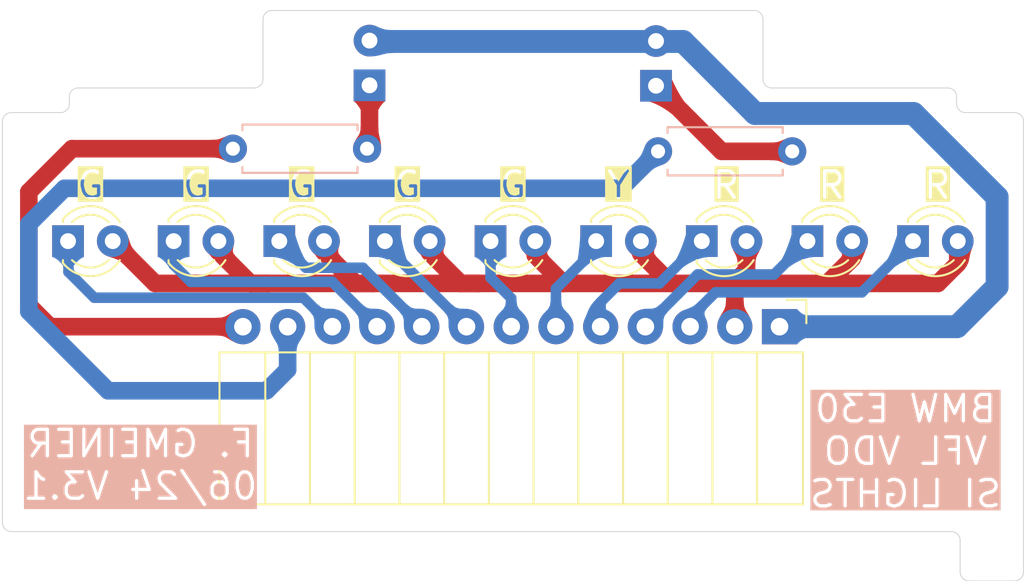
<source format=kicad_pcb>
(kicad_pcb (version 20240108) (generator "pcbnew") (generator_version "8.0")
  (layers (0 "F.Cu" signal) (31 "B.Cu" signal) (34 "B.Paste" user) (35 "F.Paste" user) (36 "B.SilkS" user "B.Silkscreen") (37 "F.SilkS" user "F.Silkscreen") (38 "B.Mask" user) (39 "F.Mask" user) (44 "Edge.Cuts" user))
  (net 0 "")
  (net 1 "Net-(D1-K)")
  (net 2 "Net-(D1-A)")
  (net 3 "Net-(D2-K)")
  (net 4 "Net-(D3-K)")
  (net 5 "Net-(D4-K)")
  (net 6 "Net-(D5-K)")
  (net 7 "Net-(D6-K)")
  (net 8 "Net-(D7-K)")
  (net 9 "Net-(D8-K)")
  (net 10 "Net-(D9-K)")
  (net 11 "Net-(J1-BULB_OILSERVICE)")
  (net 12 "Net-(J1-BULB_INSPECTION)")
  (net 13 "Net-(D10-K)")
  (net 14 "Net-(D10-A)")
  (net 15 "Net-(D11-K)")
  (footprint "LED_THT:LED_D3.0mm" (layer "F.Cu") (at 149.125 85.5)
    (property "Reference" "D5" (hide yes))
    (property "Value" "LED_G5")
    (fp_line (start -0.29 -1.236) (end -0.29 -1.08) (stroke (width 0.12)) (layer "F.SilkS"))
    (fp_line (start -0.29 1.08) (end -0.29 1.236) (stroke (width 0.12)) (layer "F.SilkS"))
    (fp_arc (start -0.29 -1.235516) (mid 1.366487 -1.987659) (end 2.942335 -1.078608) (stroke (width 0.12)) (layer "F.SilkS"))
    (fp_arc (start 0.229039 -1.08) (mid 1.270117 -1.5) (end 2.31113 -1.079837) (stroke (width 0.12)) (layer "F.SilkS"))
    (fp_arc (start 2.31113 1.079837) (mid 1.270117 1.5) (end 0.229039 1.08) (stroke (width 0.12)) (layer "F.SilkS"))
    (fp_arc (start 2.942335 1.078608) (mid 1.366487 1.987659) (end -0.29 1.235516) (stroke (width 0.12)) (layer "F.SilkS"))
    (pad "1" thru_hole rect (at 0 0) (size 1.8 1.8) (drill 0.9) (layers "*.Cu" "*.Mask") (net 6 "Net-(D5-K)"))
    (pad "2" thru_hole circle (at 2.54 0) (size 1.8 1.8) (drill 0.9) (layers "*.Cu" "*.Mask") (net 2 "Net-(D1-A)"))
  )
  (footprint "LED_THT:LED_D3.0mm" (layer "F.Cu") (at 125.125 85.5)
    (property "Reference" "D9" (hide yes))
    (property "Value" "LED_G1")
    (fp_line (start -0.29 -1.236) (end -0.29 -1.08) (stroke (width 0.12)) (layer "F.SilkS"))
    (fp_line (start -0.29 1.08) (end -0.29 1.236) (stroke (width 0.12)) (layer "F.SilkS"))
    (fp_arc (start -0.29 -1.235516) (mid 1.366487 -1.987659) (end 2.942335 -1.078608) (stroke (width 0.12)) (layer "F.SilkS"))
    (fp_arc (start 0.229039 -1.08) (mid 1.270117 -1.5) (end 2.31113 -1.079837) (stroke (width 0.12)) (layer "F.SilkS"))
    (fp_arc (start 2.31113 1.079837) (mid 1.270117 1.5) (end 0.229039 1.08) (stroke (width 0.12)) (layer "F.SilkS"))
    (fp_arc (start 2.942335 1.078608) (mid 1.366487 1.987659) (end -0.29 1.235516) (stroke (width 0.12)) (layer "F.SilkS"))
    (pad "1" thru_hole rect (at 0 0) (size 1.8 1.8) (drill 0.9) (layers "*.Cu" "*.Mask") (net 10 "Net-(D9-K)"))
    (pad "2" thru_hole circle (at 2.54 0) (size 1.8 1.8) (drill 0.9) (layers "*.Cu" "*.Mask") (net 2 "Net-(D1-A)"))
  )
  (footprint "LED_THT:LED_Rectangular_W5.0mm_H2.0mm_Horizontal_O6.35mm_Z3.0mm" (layer "F.Cu") (at 142.25 76.65 90)
    (property "Reference" "D11" (hide yes))
    (property "Value" "LED_OIL")
    (pad "1" thru_hole rect (at 0 0 90) (size 1.8 1.8) (drill 0.9) (layers "*.Cu" "*.Mask") (net 15 "Net-(D11-K)"))
    (pad "2" thru_hole circle (at 2.54 0 90) (size 1.8 1.8) (drill 0.9) (layers "*.Cu" "*.Mask") (net 14 "Net-(D10-A)"))
  )
  (footprint "LED_THT:LED_D3.0mm" (layer "F.Cu") (at 173.125 85.5)
    (property "Reference" "D1" (hide yes))
    (property "Value" "LED_R3")
    (fp_line (start -0.29 -1.236) (end -0.29 -1.08) (stroke (width 0.12)) (layer "F.SilkS"))
    (fp_line (start -0.29 1.08) (end -0.29 1.236) (stroke (width 0.12)) (layer "F.SilkS"))
    (fp_arc (start -0.29 -1.235516) (mid 1.366487 -1.987659) (end 2.942335 -1.078608) (stroke (width 0.12)) (layer "F.SilkS"))
    (fp_arc (start 0.229039 -1.08) (mid 1.270117 -1.5) (end 2.31113 -1.079837) (stroke (width 0.12)) (layer "F.SilkS"))
    (fp_arc (start 2.31113 1.079837) (mid 1.270117 1.5) (end 0.229039 1.08) (stroke (width 0.12)) (layer "F.SilkS"))
    (fp_arc (start 2.942335 1.078608) (mid 1.366487 1.987659) (end -0.29 1.235516) (stroke (width 0.12)) (layer "F.SilkS"))
    (pad "1" thru_hole rect (at 0 0) (size 1.8 1.8) (drill 0.9) (layers "*.Cu" "*.Mask") (net 1 "Net-(D1-K)"))
    (pad "2" thru_hole circle (at 2.54 0) (size 1.8 1.8) (drill 0.9) (layers "*.Cu" "*.Mask") (net 2 "Net-(D1-A)"))
  )
  (footprint "LED_THT:LED_D3.0mm" (layer "F.Cu") (at 155.125 85.5)
    (property "Reference" "D4" (hide yes))
    (property "Value" "LED_Y")
    (fp_line (start -0.29 -1.236) (end -0.29 -1.08) (stroke (width 0.12)) (layer "F.SilkS"))
    (fp_line (start -0.29 1.08) (end -0.29 1.236) (stroke (width 0.12)) (layer "F.SilkS"))
    (fp_arc (start -0.29 -1.235516) (mid 1.366487 -1.987659) (end 2.942335 -1.078608) (stroke (width 0.12)) (layer "F.SilkS"))
    (fp_arc (start 0.229039 -1.08) (mid 1.270117 -1.5) (end 2.31113 -1.079837) (stroke (width 0.12)) (layer "F.SilkS"))
    (fp_arc (start 2.31113 1.079837) (mid 1.270117 1.5) (end 0.229039 1.08) (stroke (width 0.12)) (layer "F.SilkS"))
    (fp_arc (start 2.942335 1.078608) (mid 1.366487 1.987659) (end -0.29 1.235516) (stroke (width 0.12)) (layer "F.SilkS"))
    (pad "1" thru_hole rect (at 0 0) (size 1.8 1.8) (drill 0.9) (layers "*.Cu" "*.Mask") (net 5 "Net-(D4-K)"))
    (pad "2" thru_hole circle (at 2.54 0) (size 1.8 1.8) (drill 0.9) (layers "*.Cu" "*.Mask") (net 2 "Net-(D1-A)"))
  )
  (footprint "LED_THT:LED_Rectangular_W5.0mm_H2.0mm_Horizontal_O6.35mm_Z1.0mm" (layer "F.Cu") (at 158.525 76.675 90)
    (property "Reference" "D10" (hide yes))
    (property "Value" "LED_INSP")
    (pad "1" thru_hole rect (at 0 0 90) (size 1.8 1.8) (drill 0.9) (layers "*.Cu" "*.Mask") (net 13 "Net-(D10-K)"))
    (pad "2" thru_hole circle (at 2.54 0 90) (size 1.8 1.8) (drill 0.9) (layers "*.Cu" "*.Mask") (net 14 "Net-(D10-A)"))
  )
  (footprint "LED_THT:LED_D3.0mm" (layer "F.Cu") (at 143.125 85.5)
    (property "Reference" "D6" (hide yes))
    (property "Value" "LED_G4")
    (fp_line (start -0.29 -1.236) (end -0.29 -1.08) (stroke (width 0.12)) (layer "F.SilkS"))
    (fp_line (start -0.29 1.08) (end -0.29 1.236) (stroke (width 0.12)) (layer "F.SilkS"))
    (fp_arc (start -0.29 -1.235516) (mid 1.366487 -1.987659) (end 2.942335 -1.078608) (stroke (width 0.12)) (layer "F.SilkS"))
    (fp_arc (start 0.229039 -1.08) (mid 1.270117 -1.5) (end 2.31113 -1.079837) (stroke (width 0.12)) (layer "F.SilkS"))
    (fp_arc (start 2.31113 1.079837) (mid 1.270117 1.5) (end 0.229039 1.08) (stroke (width 0.12)) (layer "F.SilkS"))
    (fp_arc (start 2.942335 1.078608) (mid 1.366487 1.987659) (end -0.29 1.235516) (stroke (width 0.12)) (layer "F.SilkS"))
    (pad "1" thru_hole rect (at 0 0) (size 1.8 1.8) (drill 0.9) (layers "*.Cu" "*.Mask") (net 7 "Net-(D6-K)"))
    (pad "2" thru_hole circle (at 2.54 0) (size 1.8 1.8) (drill 0.9) (layers "*.Cu" "*.Mask") (net 2 "Net-(D1-A)"))
  )
  (footprint "LED_THT:LED_D3.0mm" (layer "F.Cu") (at 137.125 85.5)
    (property "Reference" "D7" (hide yes))
    (property "Value" "LED_G3")
    (fp_line (start -0.29 -1.236) (end -0.29 -1.08) (stroke (width 0.12)) (layer "F.SilkS"))
    (fp_line (start -0.29 1.08) (end -0.29 1.236) (stroke (width 0.12)) (layer "F.SilkS"))
    (fp_arc (start -0.29 -1.235516) (mid 1.366487 -1.987659) (end 2.942335 -1.078608) (stroke (width 0.12)) (layer "F.SilkS"))
    (fp_arc (start 0.229039 -1.08) (mid 1.270117 -1.5) (end 2.31113 -1.079837) (stroke (width 0.12)) (layer "F.SilkS"))
    (fp_arc (start 2.31113 1.079837) (mid 1.270117 1.5) (end 0.229039 1.08) (stroke (width 0.12)) (layer "F.SilkS"))
    (fp_arc (start 2.942335 1.078608) (mid 1.366487 1.987659) (end -0.29 1.235516) (stroke (width 0.12)) (layer "F.SilkS"))
    (pad "1" thru_hole rect (at 0 0) (size 1.8 1.8) (drill 0.9) (layers "*.Cu" "*.Mask") (net 8 "Net-(D7-K)"))
    (pad "2" thru_hole circle (at 2.54 0) (size 1.8 1.8) (drill 0.9) (layers "*.Cu" "*.Mask") (net 2 "Net-(D1-A)"))
  )
  (footprint "LED_THT:LED_D3.0mm" (layer "F.Cu") (at 131.125 85.5)
    (property "Reference" "D8" (hide yes))
    (property "Value" "LED_G2")
    (fp_line (start -0.29 -1.236) (end -0.29 -1.08) (stroke (width 0.12)) (layer "F.SilkS"))
    (fp_line (start -0.29 1.08) (end -0.29 1.236) (stroke (width 0.12)) (layer "F.SilkS"))
    (fp_arc (start -0.29 -1.235516) (mid 1.366487 -1.987659) (end 2.942335 -1.078608) (stroke (width 0.12)) (layer "F.SilkS"))
    (fp_arc (start 0.229039 -1.08) (mid 1.270117 -1.5) (end 2.31113 -1.079837) (stroke (width 0.12)) (layer "F.SilkS"))
    (fp_arc (start 2.31113 1.079837) (mid 1.270117 1.5) (end 0.229039 1.08) (stroke (width 0.12)) (layer "F.SilkS"))
    (fp_arc (start 2.942335 1.078608) (mid 1.366487 1.987659) (end -0.29 1.235516) (stroke (width 0.12)) (layer "F.SilkS"))
    (pad "1" thru_hole rect (at 0 0) (size 1.8 1.8) (drill 0.9) (layers "*.Cu" "*.Mask") (net 9 "Net-(D8-K)"))
    (pad "2" thru_hole circle (at 2.54 0) (size 1.8 1.8) (drill 0.9) (layers "*.Cu" "*.Mask") (net 2 "Net-(D1-A)"))
  )
  (footprint "LED_THT:LED_D3.0mm" (layer "F.Cu") (at 161.125 85.5)
    (property "Reference" "D3" (hide yes))
    (property "Value" "LED_R1")
    (fp_line (start -0.29 -1.236) (end -0.29 -1.08) (stroke (width 0.12)) (layer "F.SilkS"))
    (fp_line (start -0.29 1.08) (end -0.29 1.236) (stroke (width 0.12)) (layer "F.SilkS"))
    (fp_arc (start -0.29 -1.235516) (mid 1.366487 -1.987659) (end 2.942335 -1.078608) (stroke (width 0.12)) (layer "F.SilkS"))
    (fp_arc (start 0.229039 -1.08) (mid 1.270117 -1.5) (end 2.31113 -1.079837) (stroke (width 0.12)) (layer "F.SilkS"))
    (fp_arc (start 2.31113 1.079837) (mid 1.270117 1.5) (end 0.229039 1.08) (stroke (width 0.12)) (layer "F.SilkS"))
    (fp_arc (start 2.942335 1.078608) (mid 1.366487 1.987659) (end -0.29 1.235516) (stroke (width 0.12)) (layer "F.SilkS"))
    (pad "1" thru_hole rect (at 0 0) (size 1.8 1.8) (drill 0.9) (layers "*.Cu" "*.Mask") (net 4 "Net-(D3-K)"))
    (pad "2" thru_hole circle (at 2.54 0) (size 1.8 1.8) (drill 0.9) (layers "*.Cu" "*.Mask") (net 2 "Net-(D1-A)"))
  )
  (footprint "MountingHole:MountingHole_5.5mm" (layer "F.Cu") (at 150.3 78 90)
    (property "Reference" "H1" (hide yes))
    (property "Value" "MountingHole")
    (pad "" np_thru_hole circle (at 0 0 90) (size 5.5 5.5) (drill 5.5) (layers "F&B.Cu" "*.Mask"))
  )
  (footprint "Connector_PinSocket_2.54mm:PinSocket_1x13_P2.54mm_Horizontal" (layer "F.Cu") (at 135.06 90.36 90)
    (property "Reference" "J1" (hide yes))
    (property "Value" "Conn_01x13_Socket" (hide yes))
    (fp_line (start -1.46 -1.33) (end -1.46 31.81) (stroke (width 0.12)) (layer "F.SilkS"))
    (fp_line (start -10.09 -1.33) (end -1.46 -1.33) (stroke (width 0.12)) (layer "F.SilkS"))
    (fp_line (start -10.09 -1.33) (end -10.09 31.81) (stroke (width 0.12)) (layer "F.SilkS"))
    (fp_line (start -10.09 1.27) (end -1.46 1.27) (stroke (width 0.12)) (layer "F.SilkS"))
    (fp_line (start -10.09 3.81) (end -1.46 3.81) (stroke (width 0.12)) (layer "F.SilkS"))
    (fp_line (start -10.09 6.35) (end -1.46 6.35) (stroke (width 0.12)) (layer "F.SilkS"))
    (fp_line (start -10.09 8.89) (end -1.46 8.89) (stroke (width 0.12)) (layer "F.SilkS"))
    (fp_line (start -10.09 11.43) (end -1.46 11.43) (stroke (width 0.12)) (layer "F.SilkS"))
    (fp_line (start -10.09 13.97) (end -1.46 13.97) (stroke (width 0.12)) (layer "F.SilkS"))
    (fp_line (start -10.09 16.51) (end -1.46 16.51) (stroke (width 0.12)) (layer "F.SilkS"))
    (fp_line (start -10.09 19.05) (end -1.46 19.05) (stroke (width 0.12)) (layer "F.SilkS"))
    (fp_line (start -10.09 21.59) (end -1.46 21.59) (stroke (width 0.12)) (layer "F.SilkS"))
    (fp_line (start -10.09 24.13) (end -1.46 24.13) (stroke (width 0.12)) (layer "F.SilkS"))
    (fp_line (start -10.09 26.67) (end -1.46 26.67) (stroke (width 0.12)) (layer "F.SilkS"))
    (fp_line (start -10.09 29.21) (end -1.46 29.21) (stroke (width 0.12)) (layer "F.SilkS"))
    (fp_line (start 1.524 30.894) (end 1.524 32.004) (stroke (width 0.12)) (layer "F.SilkS"))
    (fp_line (start -10.09 31.81) (end -1.46 31.81) (stroke (width 0.12)) (layer "F.SilkS"))
    (fp_line (start 1.524 32.004) (end 0.194 32.004) (stroke (width 0.12)) (layer "F.SilkS"))
    (pad "1" thru_hole rect (at 0 30.48 90) (size 2 2) (drill 1) (layers "*.Cu" "*.Mask") (net 14 "Net-(D10-A)"))
    (pad "2" thru_hole circle (at 0 27.94 90) (size 2 2) (drill 1) (layers "*.Cu" "*.Mask") (net 2 "Net-(D1-A)"))
    (pad "3" thru_hole circle (at 0 25.4 90) (size 2 2) (drill 1) (layers "*.Cu" "*.Mask") (net 1 "Net-(D1-K)"))
    (pad "4" thru_hole circle (at 0 22.86 90) (size 2 2) (drill 1) (layers "*.Cu" "*.Mask") (net 3 "Net-(D2-K)"))
    (pad "5" thru_hole circle (at 0 20.32 90) (size 2 2) (drill 1) (layers "*.Cu" "*.Mask") (net 4 "Net-(D3-K)"))
    (pad "6" thru_hole circle (at 0 17.78 90) (size 2 2) (drill 1) (layers "*.Cu" "*.Mask") (net 5 "Net-(D4-K)"))
    (pad "7" thru_hole circle (at 0 15.24 90) (size 2 2) (drill 1) (layers "*.Cu" "*.Mask") (net 6 "Net-(D5-K)"))
    (pad "8" thru_hole circle (at 0 12.7 90) (size 2 2) (drill 1) (layers "*.Cu" "*.Mask") (net 7 "Net-(D6-K)"))
    (pad "9" thru_hole circle (at 0 10.16 90) (size 2 2) (drill 1) (layers "*.Cu" "*.Mask") (net 8 "Net-(D7-K)"))
    (pad "10" thru_hole circle (at 0 7.62 90) (size 2 2) (drill 1) (layers "*.Cu" "*.Mask") (net 9 "Net-(D8-K)"))
    (pad "11" thru_hole circle (at 0 5.08 90) (size 2 2) (drill 1) (layers "*.Cu" "*.Mask") (net 10 "Net-(D9-K)"))
    (pad "12" thru_hole circle (at 0 2.54 90) (size 2 2) (drill 1) (layers "*.Cu" "*.Mask") (net 12 "Net-(J1-BULB_INSPECTION)"))
    (pad "13" thru_hole circle (at 0 0 90) (size 2 2) (drill 1) (layers "*.Cu" "*.Mask") (net 11 "Net-(J1-BULB_OILSERVICE)"))
  )
  (footprint "LED_THT:LED_D3.0mm" (layer "F.Cu") (at 167.125 85.5)
    (property "Reference" "D2" (hide yes))
    (property "Value" "LED_R2")
    (fp_line (start -0.29 -1.236) (end -0.29 -1.08) (stroke (width 0.12)) (layer "F.SilkS"))
    (fp_line (start -0.29 1.08) (end -0.29 1.236) (stroke (width 0.12)) (layer "F.SilkS"))
    (fp_arc (start -0.29 -1.235516) (mid 1.366487 -1.987659) (end 2.942335 -1.078608) (stroke (width 0.12)) (layer "F.SilkS"))
    (fp_arc (start 0.229039 -1.08) (mid 1.270117 -1.5) (end 2.31113 -1.079837) (stroke (width 0.12)) (layer "F.SilkS"))
    (fp_arc (start 2.31113 1.079837) (mid 1.270117 1.5) (end 0.229039 1.08) (stroke (width 0.12)) (layer "F.SilkS"))
    (fp_arc (start 2.942335 1.078608) (mid 1.366487 1.987659) (end -0.29 1.235516) (stroke (width 0.12)) (layer "F.SilkS"))
    (pad "1" thru_hole rect (at 0 0) (size 1.8 1.8) (drill 0.9) (layers "*.Cu" "*.Mask") (net 3 "Net-(D2-K)"))
    (pad "2" thru_hole circle (at 2.54 0) (size 1.8 1.8) (drill 0.9) (layers "*.Cu" "*.Mask") (net 2 "Net-(D1-A)"))
  )
  (footprint "Resistor_THT:R_Axial_DIN0207_L6.3mm_D2.5mm_P7.62mm_Horizontal" (layer "B.Cu") (at 158.64 80.4)
    (property "Reference" "R2" (hide yes))
    (property "Value" "510R")
    (fp_line (start 0.54 -1.37) (end 0.54 -1.04) (stroke (width 0.12)) (layer "B.SilkS"))
    (fp_line (start 0.54 1.37) (end 0.54 1.04) (stroke (width 0.12)) (layer "B.SilkS"))
    (fp_line (start 7.08 -1.37) (end 0.54 -1.37) (stroke (width 0.12)) (layer "B.SilkS"))
    (fp_line (start 7.08 -1.04) (end 7.08 -1.37) (stroke (width 0.12)) (layer "B.SilkS"))
    (fp_line (start 7.08 1.04) (end 7.08 1.37) (stroke (width 0.12)) (layer "B.SilkS"))
    (fp_line (start 7.08 1.37) (end 0.54 1.37) (stroke (width 0.12)) (layer "B.SilkS"))
    (pad "1" thru_hole circle (at 0 0) (size 1.6 1.6) (drill 0.8) (layers "*.Cu" "*.Mask") (net 12 "Net-(J1-BULB_INSPECTION)"))
    (pad "2" thru_hole oval (at 7.62 0) (size 1.6 1.6) (drill 0.8) (layers "*.Cu" "*.Mask") (net 13 "Net-(D10-K)"))
  )
  (footprint "Resistor_THT:R_Axial_DIN0207_L6.3mm_D2.5mm_P7.62mm_Horizontal" (layer "B.Cu") (at 134.49 80.25)
    (property "Reference" "R1" (hide yes))
    (property "Value" "510R")
    (fp_line (start 0.54 -1.37) (end 0.54 -1.04) (stroke (width 0.12)) (layer "B.SilkS"))
    (fp_line (start 0.54 1.37) (end 0.54 1.04) (stroke (width 0.12)) (layer "B.SilkS"))
    (fp_line (start 7.08 -1.37) (end 0.54 -1.37) (stroke (width 0.12)) (layer "B.SilkS"))
    (fp_line (start 7.08 -1.04) (end 7.08 -1.37) (stroke (width 0.12)) (layer "B.SilkS"))
    (fp_line (start 7.08 1.04) (end 7.08 1.37) (stroke (width 0.12)) (layer "B.SilkS"))
    (fp_line (start 7.08 1.37) (end 0.54 1.37) (stroke (width 0.12)) (layer "B.SilkS"))
    (pad "1" thru_hole circle (at 0 0) (size 1.6 1.6) (drill 0.8) (layers "*.Cu" "*.Mask") (net 11 "Net-(J1-BULB_OILSERVICE)"))
    (pad "2" thru_hole oval (at 7.62 0) (size 1.6 1.6) (drill 0.8) (layers "*.Cu" "*.Mask") (net 15 "Net-(D11-K)"))
  )
  (gr_arc (start 136.2 76.3) (mid 136.053553 76.653553) (end 135.7 76.8) (stroke (width 0.05)) (layer "Edge.Cuts"))
  (gr_line (start 124.7 78.2) (end 121.9 78.2) (stroke (width 0.05)) (layer "Edge.Cuts"))
  (gr_arc (start 179.396447 104.296447) (mid 179.25 104.65) (end 178.896447 104.796447) (stroke (width 0.05)) (layer "Edge.Cuts"))
  (gr_line (start 179.396447 104.296447) (end 179.396447 78.7) (stroke (width 0.05)) (layer "Edge.Cuts"))
  (gr_line (start 175.6 77.7) (end 175.6 77.3) (stroke (width 0.05)) (layer "Edge.Cuts"))
  (gr_arc (start 175.3 102) (mid 175.653553 102.146447) (end 175.8 102.5) (stroke (width 0.05)) (layer "Edge.Cuts"))
  (gr_arc (start 136.2 72.9) (mid 136.346447 72.546447) (end 136.7 72.4) (stroke (width 0.05)) (layer "Edge.Cuts"))
  (gr_line (start 121.4 78.7) (end 121.4 101.5) (stroke (width 0.05)) (layer "Edge.Cuts"))
  (gr_arc (start 178.9 78.2) (mid 179.253553 78.346447) (end 179.4 78.7) (stroke (width 0.05)) (layer "Edge.Cuts"))
  (gr_line (start 175.8 102.5) (end 175.8 104.296447) (stroke (width 0.05)) (layer "Edge.Cuts"))
  (gr_arc (start 176.303553 104.796447) (mid 175.95 104.65) (end 175.803553 104.296447) (stroke (width 0.05)) (layer "Edge.Cuts"))
  (gr_arc (start 121.4 78.7) (mid 121.546447 78.346447) (end 121.9 78.2) (stroke (width 0.05)) (layer "Edge.Cuts"))
  (gr_arc (start 164.1 72.4) (mid 164.453553 72.546447) (end 164.6 72.9) (stroke (width 0.05)) (layer "Edge.Cuts"))
  (gr_arc (start 176.1 78.2) (mid 175.746447 78.053553) (end 175.6 77.7) (stroke (width 0.05)) (layer "Edge.Cuts"))
  (gr_arc (start 125.2 77.3) (mid 125.346447 76.946447) (end 125.7 76.8) (stroke (width 0.05)) (layer "Edge.Cuts"))
  (gr_line (start 164.6 76.3) (end 164.6 72.9) (stroke (width 0.05)) (layer "Edge.Cuts"))
  (gr_line (start 121.9 102) (end 175.3 102) (stroke (width 0.05)) (layer "Edge.Cuts"))
  (gr_arc (start 165.1 76.8) (mid 164.746447 76.653553) (end 164.6 76.3) (stroke (width 0.05)) (layer "Edge.Cuts"))
  (gr_arc (start 175.1 76.8) (mid 175.453553 76.946447) (end 175.6 77.3) (stroke (width 0.05)) (layer "Edge.Cuts"))
  (gr_line (start 136.2 72.9) (end 136.2 76.3) (stroke (width 0.05)) (layer "Edge.Cuts"))
  (gr_line (start 176.303553 104.796447) (end 178.896447 104.796447) (stroke (width 0.05)) (layer "Edge.Cuts"))
  (gr_line (start 175.1 76.8) (end 165.1 76.8) (stroke (width 0.05)) (layer "Edge.Cuts"))
  (gr_line (start 125.2 77.3) (end 125.2 77.7) (stroke (width 0.05)) (layer "Edge.Cuts"))
  (gr_arc (start 121.9 102) (mid 121.546447 101.853553) (end 121.4 101.5) (stroke (width 0.05)) (layer "Edge.Cuts"))
  (gr_line (start 135.7 76.8) (end 125.7 76.8) (stroke (width 0.05)) (layer "Edge.Cuts"))
  (gr_line (start 178.9 78.2) (end 176.1 78.2) (stroke (width 0.05)) (layer "Edge.Cuts"))
  (gr_arc (start 125.2 77.7) (mid 125.053553 78.053553) (end 124.7 78.2) (stroke (width 0.05)) (layer "Edge.Cuts"))
  (gr_line (start 136.7 72.4) (end 164.1 72.4) (stroke (width 0.05)) (layer "Edge.Cuts"))
  (gr_text "F. GMEINER\n06/24 V3.1" (at 129.2366 100.2972 0) (layer "B.SilkS" knockout) (effects (font (size 1.5 1.5) (thickness 0.1875)) (justify bottom mirror)))
  (gr_text "BMW E30\nVFL VDO\nSI LIGHTS" (at 172.696 100.729 0) (layer "B.SilkS" knockout) (effects (font (size 1.5 1.5) (thickness 0.1875)) (justify bottom mirror)))
  (gr_text "R" (at 167.625 83.2 0) (layer "F.SilkS" knockout) (effects (font (size 1.5 1.5) (thickness 0.1875)) (justify left bottom)))
  (gr_text "G" (at 131.525 83.2 0) (layer "F.SilkS" knockout) (effects (font (size 1.5 1.5) (thickness 0.1875)) (justify left bottom)))
  (gr_text "G" (at 143.525 83.2 0) (layer "F.SilkS" knockout) (effects (font (size 1.5 1.5) (thickness 0.1875)) (justify left bottom)))
  (gr_text "G" (at 137.525 83.2 0) (layer "F.SilkS" knockout) (effects (font (size 1.5 1.5) (thickness 0.1875)) (justify left bottom)))
  (gr_text "G" (at 149.525 83.2 0) (layer "F.SilkS" knockout) (effects (font (size 1.5 1.5) (thickness 0.1875)) (justify left bottom)))
  (gr_text "Y" (at 155.625 83.2 0) (layer "F.SilkS" knockout) (effects (font (size 1.5 1.5) (thickness 0.1875)) (justify left bottom)))
  (gr_text "R" (at 173.625 83.2 0) (layer "F.SilkS" knockout) (effects (font (size 1.5 1.5) (thickness 0.1875)) (justify left bottom)))
  (gr_text "G" (at 125.525 83.2 0) (layer "F.SilkS" knockout) (effects (font (size 1.5 1.5) (thickness 0.1875)) (justify left bottom)))
  (gr_text "R" (at 161.625 83.2 0) (layer "F.SilkS" knockout) (effects (font (size 1.5 1.5) (thickness 0.1875)) (justify left bottom)))
  (segment (start 161.901 88.41) (end 160.46 89.851) (width 0.6) (layer "B.Cu") (net 1))
  (segment (start 160.46 89.851) (end 160.46 90.36) (width 0.6) (layer "B.Cu") (net 1))
  (segment (start 170.215 88.41) (end 161.901 88.41) (width 0.6) (layer "B.Cu") (net 1))
  (segment (start 173.125 85.5) (end 170.215 88.41) (width 0.6) (layer "B.Cu") (net 1))
  (segment (start 127.665 85.5) (end 127.665 85.515) (width 1.3) (layer "F.Cu") (net 2))
  (segment (start 141.454 87.902) (end 142.47 87.902) (width 1) (layer "F.Cu") (net 2))
  (segment (start 145.665 86.144) (end 147.423 87.902) (width 1) (layer "F.Cu") (net 2))
  (segment (start 135.485 87.902) (end 136.501 87.902) (width 1) (layer "F.Cu") (net 2))
  (segment (start 139.665 86.113) (end 141.454 87.902) (width 1) (layer "F.Cu") (net 2))
  (segment (start 151.665 86.302) (end 153.265 87.902) (width 1) (layer "F.Cu") (net 2))
  (segment (start 157.665 86.206) (end 159.361 87.902) (width 1) (layer "F.Cu") (net 2))
  (segment (start 147.423 87.902) (end 148.439 87.902) (width 1) (layer "F.Cu") (net 2))
  (segment (start 133.665 86.082) (end 135.485 87.902) (width 1) (layer "F.Cu") (net 2))
  (segment (start 127.665 85.5) (end 130.067 87.902) (width 1) (layer "F.Cu") (net 2))
  (segment (start 133.665 85.5) (end 133.665 86.082) (width 1) (layer "F.Cu") (net 2))
  (segment (start 163.665 85.5) (end 163.665 87.154) (width 1) (layer "F.Cu") (net 2))
  (segment (start 145.665 85.5) (end 145.665 85.515) (width 1.3) (layer "F.Cu") (net 2))
  (segment (start 175.665 86.772792) (end 174.535792 87.902) (width 1) (layer "F.Cu") (net 2))
  (segment (start 139.665 85.5) (end 139.72 85.5) (width 1.3) (layer "F.Cu") (net 2))
  (segment (start 151.665 85.5) (end 151.665 86.302) (width 1) (layer "F.Cu") (net 2))
  (segment (start 151.665 85.5) (end 151.665 85.515) (width 1.3) (layer "F.Cu") (net 2))
  (segment (start 139.665 85.5) (end 139.665 86.113) (width 1) (layer "F.Cu") (net 2))
  (segment (start 136.501 87.902) (end 142.47 87.902) (width 1) (layer "F.Cu") (net 2))
  (segment (start 163.665 87.154) (end 162.917 87.902) (width 1) (layer "F.Cu") (net 2))
  (segment (start 130.067 87.902) (end 136.501 87.902) (width 1) (layer "F.Cu") (net 2))
  (segment (start 157.665 85.5) (end 157.665 86.206) (width 1) (layer "F.Cu") (net 2))
  (segment (start 163 87.985) (end 163 90.36) (width 1) (layer "F.Cu") (net 2))
  (segment (start 174.535792 87.902) (end 168.251 87.902) (width 1) (layer "F.Cu") (net 2))
  (segment (start 175.665 85.5) (end 175.665 86.772792) (width 1) (layer "F.Cu") (net 2))
  (segment (start 133.665 85.5) (end 133.665 85.765) (width 1.3) (layer "F.Cu") (net 2))
  (segment (start 153.265 87.902) (end 162.917 87.902) (width 1) (layer "F.Cu") (net 2))
  (segment (start 169.665 85.5) (end 169.665 86.488) (width 1) (layer "F.Cu") (net 2))
  (segment (start 142.47 87.902) (end 148.439 87.902) (width 1) (layer "F.Cu") (net 2))
  (segment (start 148.439 87.902) (end 153.265 87.902) (width 1) (layer "F.Cu") (net 2))
  (segment (start 145.665 85.5) (end 145.665 86.144) (width 1) (layer "F.Cu") (net 2))
  (segment (start 168.251 87.902) (end 162.917 87.902) (width 1) (layer "F.Cu") (net 2))
  (segment (start 162.917 87.902) (end 163 87.985) (width 1) (layer "F.Cu") (net 2))
  (segment (start 169.665 86.488) (end 168.251 87.902) (width 1) (layer "F.Cu") (net 2))
  (segment (start 160.886 87.394) (end 157.92 90.36) (width 0.6) (layer "B.Cu") (net 3))
  (segment (start 165.231 87.394) (end 160.886 87.394) (width 0.6) (layer "B.Cu") (net 3))
  (segment (start 167.125 85.5) (end 167.125 85.875) (width 0.6) (layer "B.Cu") (net 3))
  (segment (start 167.125 85.5) (end 165.231 87.394) (width 0.6) (layer "B.Cu") (net 3))
  (segment (start 161.125 85.5) (end 158.723 87.902) (width 0.6) (layer "B.Cu") (net 4))
  (segment (start 156.44 87.902) (end 155.38 88.962) (width 0.6) (layer "B.Cu") (net 4))
  (segment (start 155.38 88.962) (end 155.38 90.36) (width 0.6) (layer "B.Cu") (net 4))
  (segment (start 161.125 85.5) (end 161.125 85.875) (width 0.6) (layer "B.Cu") (net 4))
  (segment (start 158.723 87.902) (end 156.44 87.902) (width 0.6) (layer "B.Cu") (net 4))
  (segment (start 155.125 85.915) (end 152.84 88.2) (width 0.6) (layer "B.Cu") (net 5))
  (segment (start 152.84 88.708) (end 152.84 90.36) (width 0.6) (layer "B.Cu") (net 5))
  (segment (start 155.125 85.5) (end 155.125 85.915) (width 0.6) (layer "B.Cu") (net 5))
  (segment (start 152.84 88.2) (end 152.84 88.708) (width 0.6) (layer "B.Cu") (net 5))
  (segment (start 149.125 85.5) (end 149.15 85.525) (width 0.6) (layer "B.Cu") (net 6))
  (segment (start 149.125 85.5) (end 149.125 87.572) (width 0.6) (layer "B.Cu") (net 6))
  (segment (start 149.125 87.572) (end 150.3 88.747) (width 0.6) (layer "B.Cu") (net 6))
  (segment (start 150.3 88.747) (end 150.3 90.36) (width 0.6) (layer "B.Cu") (net 6))
  (segment (start 143.125 85.725) (end 147.76 90.36) (width 0.6) (layer "B.Cu") (net 7))
  (segment (start 143.125 85.5) (end 143.125 85.725) (width 0.6) (layer "B.Cu") (net 7))
  (segment (start 138.638 87.013) (end 141.873 87.013) (width 0.6) (layer "B.Cu") (net 8))
  (segment (start 137.125 85.5) (end 138.638 87.013) (width 0.6) (layer "B.Cu") (net 8))
  (segment (start 141.873 87.013) (end 145.22 90.36) (width 0.6) (layer "B.Cu") (net 8))
  (segment (start 131.125 86.844) (end 132.094 87.813) (width 0.6) (layer "B.Cu") (net 9))
  (segment (start 132.094 87.813) (end 140.133 87.813) (width 0.6) (layer "B.Cu") (net 9))
  (segment (start 131.125 85.5) (end 131.125 86.844) (width 0.6) (layer "B.Cu") (net 9))
  (segment (start 140.133 87.813) (end 142.68 90.36) (width 0.6) (layer "B.Cu") (net 9))
  (segment (start 138.4948 88.7148) (end 140.14 90.36) (width 0.6) (layer "B.Cu") (net 10))
  (segment (start 125.15 85.525) (end 125.15 87.25) (width 0.6) (layer "B.Cu") (net 10))
  (segment (start 126.6148 88.7148) (end 138.4948 88.7148) (width 0.6) (layer "B.Cu") (net 10))
  (segment (start 125.15 87.25) (end 126.6148 88.7148) (width 0.6) (layer "B.Cu") (net 10))
  (segment (start 125.125 85.5) (end 125.15 85.525) (width 0.6) (layer "B.Cu") (net 10))
  (segment (start 124.1 90.36) (end 135.06 90.36) (width 1) (layer "F.Cu") (net 11))
  (segment (start 134.49 80.25) (end 125.35 80.25) (width 1) (layer "F.Cu") (net 11))
  (segment (start 125.35 80.25) (end 122.9 82.7) (width 1) (layer "F.Cu") (net 11))
  (segment (start 122.9 82.7) (end 122.9 89.16) (width 1) (layer "F.Cu") (net 11))
  (segment (start 122.9 89.16) (end 124.1 90.36) (width 1) (layer "F.Cu") (net 11))
  (segment (start 158.64 80.4) (end 156.54 82.5) (width 1) (layer "B.Cu") (net 12))
  (segment (start 124.925 82.5) (end 122.9 84.525) (width 1) (layer "B.Cu") (net 12))
  (segment (start 127.4 94) (end 136.4 94) (width 1) (layer "B.Cu") (net 12))
  (segment (start 122.9 84.525) (end 122.9 89.5) (width 1) (layer "B.Cu") (net 12))
  (segment (start 136.4 94) (end 137.6 92.8) (width 1) (layer "B.Cu") (net 12))
  (segment (start 122.9 89.5) (end 127.4 94) (width 1) (layer "B.Cu") (net 12))
  (segment (start 137.6 92.8) (end 137.6 90.36) (width 1) (layer "B.Cu") (net 12))
  (segment (start 156.54 82.5) (end 124.925 82.5) (width 1) (layer "B.Cu") (net 12))
  (segment (start 162.25 80.4) (end 166.26 80.4) (width 1) (layer "F.Cu") (net 13))
  (segment (start 158.525 76.675) (end 162.25 80.4) (width 1) (layer "F.Cu") (net 13))
  (segment (start 142.3 74.16) (end 160.06 74.16) (width 1.3) (layer "B.Cu") (net 14))
  (segment (start 173.15 78.25) (end 177.9 83) (width 1.3) (layer "B.Cu") (net 14))
  (segment (start 177.9 83) (end 177.9 88.0828) (width 1.3) (layer "B.Cu") (net 14))
  (segment (start 160.06 74.16) (end 164.15 78.25) (width 1.3) (layer "B.Cu") (net 14))
  (segment (start 164.15 78.25) (end 173.15 78.25) (width 1.3) (layer "B.Cu") (net 14))
  (segment (start 142.25 74.11) (end 142.3 74.16) (width 1.3) (layer "B.Cu") (net 14))
  (segment (start 175.6228 90.36) (end 165.54 90.36) (width 1.3) (layer "B.Cu") (net 14))
  (segment (start 177.9 88.0828) (end 175.6228 90.36) (width 1.3) (layer "B.Cu") (net 14))
  (segment (start 142.25 80.11) (end 142.11 80.25) (width 0.6) (layer "F.Cu") (net 15))
  (segment (start 142.25 76.65) (end 142.25 80.11) (width 1) (layer "F.Cu") (net 15))
)
</source>
